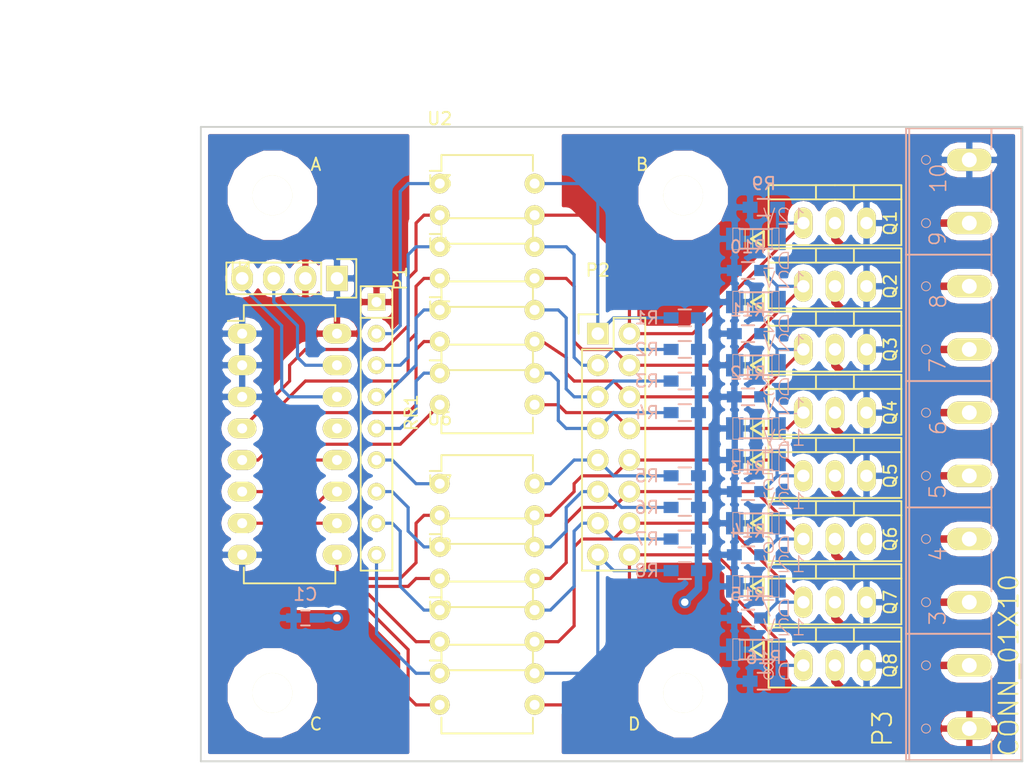
<source format=kicad_pcb>
(kicad_pcb (version 4) (host pcbnew 4.0.2+e4-6225~38~ubuntu16.04.1-stable)
  (layers (0 F.Cu signal) (31 B.Cu signal) (34 B.Paste user) (35 F.Paste user) (36 B.SilkS user) (37 F.SilkS user) (38 B.Mask user) (39 F.Mask user) (44 Edge.Cuts user))
  (net 0 "")
  (net 1 "Net-(D1-Pad1)")
  (net 2 "Net-(D2-Pad1)")
  (net 3 "Net-(D3-Pad1)")
  (net 4 "Net-(D4-Pad1)")
  (net 5 "Net-(D5-Pad1)")
  (net 6 "Net-(D6-Pad1)")
  (net 7 "Net-(D7-Pad1)")
  (net 8 "Net-(D8-Pad1)")
  (net 9 "Net-(P1-Pad3)")
  (net 10 "Net-(P1-Pad4)")
  (net 11 "Net-(P2-Pad1)")
  (net 12 "Net-(P2-Pad3)")
  (net 13 "Net-(P2-Pad5)")
  (net 14 "Net-(P2-Pad7)")
  (net 15 "Net-(P2-Pad9)")
  (net 16 "Net-(P2-Pad11)")
  (net 17 "Net-(P2-Pad13)")
  (net 18 "Net-(P2-Pad15)")
  (net 19 +12V)
  (net 20 "Net-(P3-Pad2)")
  (net 21 "Net-(P3-Pad3)")
  (net 22 "Net-(P3-Pad4)")
  (net 23 "Net-(P3-Pad5)")
  (net 24 "Net-(P3-Pad6)")
  (net 25 "Net-(P3-Pad7)")
  (net 26 "Net-(P3-Pad8)")
  (net 27 "Net-(P3-Pad9)")
  (net 28 "Net-(RR1-Pad2)")
  (net 29 "Net-(RR1-Pad3)")
  (net 30 "Net-(RR1-Pad4)")
  (net 31 "Net-(RR1-Pad5)")
  (net 32 "Net-(RR1-Pad6)")
  (net 33 "Net-(RR1-Pad7)")
  (net 34 "Net-(RR1-Pad8)")
  (net 35 "Net-(RR1-Pad9)")
  (net 36 "Net-(U1-Pad4)")
  (net 37 "Net-(U1-Pad5)")
  (net 38 "Net-(U1-Pad6)")
  (net 39 "Net-(U1-Pad7)")
  (net 40 "Net-(U1-Pad9)")
  (net 41 "Net-(U1-Pad10)")
  (net 42 "Net-(U1-Pad11)")
  (net 43 "Net-(U1-Pad12)")
  (net 44 "Net-(U1-Pad13)")
  (net 45 +5V)
  (net 46 GND)
  (net 47 GNDA)
  (net 48 "Net-(Q6-Pad3)")
  (module Housings_DIP:DIP-16_W7.62mm_LongPads (layer F.Cu) (at 210.82 102.87)
    (fp_text reference U1 (at 0 -5.22) (layer F.SilkS))
    (fp_text value PCF8574A)
    (pad 1 thru_hole oval (at 0 0) (size 2.3 1.6) (drill 0.8) (layers *.Cu *.Mask F.SilkS) (net 46 GND))
    (pad 2 thru_hole oval (at 0 2.54) (size 2.3 1.6) (drill 0.8) (layers *.Cu *.Mask F.SilkS) (net 46 GND))
    (pad 3 thru_hole oval (at 0 5.08) (size 2.3 1.6) (drill 0.8) (layers *.Cu *.Mask F.SilkS) (net 46 GND))
    (pad 4 thru_hole oval (at 0 7.62) (size 2.3 1.6) (drill 0.8) (layers *.Cu *.Mask F.SilkS) (net 36 "Net-(U1-Pad4)"))
    (pad 5 thru_hole oval (at 0 10.16) (size 2.3 1.6) (drill 0.8) (layers *.Cu *.Mask F.SilkS) (net 37 "Net-(U1-Pad5)"))
    (pad 6 thru_hole oval (at 0 12.7) (size 2.3 1.6) (drill 0.8) (layers *.Cu *.Mask F.SilkS) (net 38 "Net-(U1-Pad6)"))
    (pad 7 thru_hole oval (at 0 15.24) (size 2.3 1.6) (drill 0.8) (layers *.Cu *.Mask F.SilkS) (net 39 "Net-(U1-Pad7)"))
    (pad 8 thru_hole oval (at 0 17.78) (size 2.3 1.6) (drill 0.8) (layers *.Cu *.Mask F.SilkS) (net 46 GND))
    (pad 9 thru_hole oval (at 7.62 17.78) (size 2.3 1.6) (drill 0.8) (layers *.Cu *.Mask F.SilkS) (net 40 "Net-(U1-Pad9)"))
    (pad 10 thru_hole oval (at 7.62 15.24) (size 2.3 1.6) (drill 0.8) (layers *.Cu *.Mask F.SilkS) (net 41 "Net-(U1-Pad10)"))
    (pad 11 thru_hole oval (at 7.62 12.7) (size 2.3 1.6) (drill 0.8) (layers *.Cu *.Mask F.SilkS) (net 42 "Net-(U1-Pad11)"))
    (pad 12 thru_hole oval (at 7.62 10.16) (size 2.3 1.6) (drill 0.8) (layers *.Cu *.Mask F.SilkS) (net 43 "Net-(U1-Pad12)"))
    (pad 13 thru_hole oval (at 7.62 7.62) (size 2.3 1.6) (drill 0.8) (layers *.Cu *.Mask F.SilkS) (net 44 "Net-(U1-Pad13)"))
    (pad 14 thru_hole oval (at 7.62 5.08) (size 2.3 1.6) (drill 0.8) (layers *.Cu *.Mask F.SilkS) (net 10 "Net-(P1-Pad4)"))
    (pad 15 thru_hole oval (at 7.62 2.54) (size 2.3 1.6) (drill 0.8) (layers *.Cu *.Mask F.SilkS) (net 9 "Net-(P1-Pad3)"))
    (pad 16 thru_hole oval (at 7.62 0) (size 2.3 1.6) (drill 0.8) (layers *.Cu *.Mask F.SilkS) (net 45 +5V))
  )
  (module gate433:W237-10P (layer F.Cu) (at 268.605 111.76 90)
    (fp_text reference P3 (at -22.86 -6.35 90) (layer F.SilkS) (effects (font (thickness 0.1524))))
    (fp_text value CONN_01X10 (at -17.78 3.81 90) (layer F.SilkS) (effects (font (thickness 0.1524))))
    (fp_text user 3 (at -13.97 -1.905 90) (layer B.SilkS) (effects (font (size 1.27 1.27) (thickness 0.127))))
    (fp_text user 4 (at -8.83666 -1.8542 90) (layer B.SilkS) (effects (font (size 1.27 1.27) (thickness 0.127))))
    (fp_text user 5 (at -3.81 -1.905 90) (layer B.SilkS) (effects (font (size 1.27 1.27) (thickness 0.127))))
    (fp_text user 6 (at 1.3208 -1.8542 90) (layer B.SilkS) (effects (font (size 1.27 1.27) (thickness 0.127))))
    (fp_text user 7 (at 6.35 -1.905 90) (layer B.SilkS) (effects (font (size 1.27 1.27) (thickness 0.127))))
    (fp_text user 8 (at 11.4808 -1.8542 90) (layer B.SilkS) (effects (font (size 1.27 1.27) (thickness 0.127))))
    (fp_text user 9 (at 16.51 -1.905 90) (layer B.SilkS) (effects (font (size 1.27 1.27) (thickness 0.127))))
    (fp_text user 10 (at 21.3868 -1.8542 90) (layer B.SilkS) (effects (font (size 1.27 1.27) (thickness 0.127))))
    (pad 1 thru_hole oval (at -22.86 0.635 270) (size 1.78816 3.57886) (drill 1.1938) (layers *.Cu *.Mask F.Paste F.SilkS) (net 19 +12V))
    (pad 2 thru_hole oval (at -17.78 0.635 270) (size 1.78816 3.57886) (drill 1.1938) (layers *.Cu *.Mask F.Paste F.SilkS) (net 20 "Net-(P3-Pad2)"))
    (pad 3 thru_hole oval (at -12.7 0.635 270) (size 1.78816 3.57886) (drill 1.1938) (layers *.Cu *.Mask F.Paste F.SilkS) (net 21 "Net-(P3-Pad3)"))
    (pad 4 thru_hole oval (at -7.62 0.635 270) (size 1.78816 3.57886) (drill 1.1938) (layers *.Cu *.Mask F.Paste F.SilkS) (net 22 "Net-(P3-Pad4)"))
    (pad 5 thru_hole oval (at -2.54 0.635 270) (size 1.78816 3.57886) (drill 1.1938) (layers *.Cu *.Mask F.Paste F.SilkS) (net 23 "Net-(P3-Pad5)"))
    (pad 6 thru_hole oval (at 2.54 0.635 270) (size 1.78816 3.57886) (drill 1.1938) (layers *.Cu *.Mask F.Paste F.SilkS) (net 24 "Net-(P3-Pad6)"))
    (pad 7 thru_hole oval (at 7.62 0.635 270) (size 1.78816 3.57886) (drill 1.1938) (layers *.Cu *.Mask F.Paste F.SilkS) (net 25 "Net-(P3-Pad7)"))
    (pad 8 thru_hole oval (at 12.7 0.635 270) (size 1.78816 3.57886) (drill 1.1938) (layers *.Cu *.Mask F.Paste F.SilkS) (net 26 "Net-(P3-Pad8)"))
    (pad 9 thru_hole oval (at 17.78 0.635 270) (size 1.78816 3.57886) (drill 1.1938) (layers *.Cu *.Mask F.Paste F.SilkS) (net 27 "Net-(P3-Pad9)"))
    (pad 10 thru_hole oval (at 22.86 0.635 270) (size 1.78816 3.57886) (drill 1.1938) (layers *.Cu *.Mask F.Paste F.SilkS) (net 47 GNDA))
  )
  (module Capacitors_SMD:C_0603_HandSoldering (layer B.Cu) (at 215.9 125.73 180)
    (fp_text reference C1 (at 0 1.9 180) (layer B.SilkS) (effects (justify mirror)))
    (fp_text value C_Small)
    (pad 1 smd rect (at -0.95 0 180) (size 1.2 0.75) (layers B.Cu B.Paste B.Mask) (net 45 +5V))
    (pad 2 smd rect (at 0.95 0 180) (size 1.2 0.75) (layers B.Cu B.Paste B.Mask) (net 46 GND))
  )
  (module gate433:SOD80C (layer B.Cu) (at 252.095 95.25)
    (fp_text reference D1 (at 1.651 1.778) (layer B.SilkS) (effects (font (size 1.27 1.27) (thickness 0.1016)) (justify mirror)))
    (fp_text value 12V (at 2.286 -1.778) (layer B.SilkS) (effects (font (size 1.27 1.27) (thickness 0.1016)) (justify mirror)))
    (pad 1 smd rect (at 1.69926 0) (size 1.39954 1.79832) (layers B.Cu B.Paste B.Mask) (net 1 "Net-(D1-Pad1)"))
    (pad 2 smd rect (at -1.69926 0) (size 1.39954 1.79832) (layers B.Cu B.Paste B.Mask) (net 47 GNDA))
  )
  (module gate433:SOD80C (layer B.Cu) (at 252.095 100.33)
    (fp_text reference D2 (at 1.651 1.778) (layer B.SilkS) (effects (font (size 1.27 1.27) (thickness 0.1016)) (justify mirror)))
    (fp_text value 12V (at 2.286 -1.778) (layer B.SilkS) (effects (font (size 1.27 1.27) (thickness 0.1016)) (justify mirror)))
    (pad 1 smd rect (at 1.69926 0) (size 1.39954 1.79832) (layers B.Cu B.Paste B.Mask) (net 2 "Net-(D2-Pad1)"))
    (pad 2 smd rect (at -1.69926 0) (size 1.39954 1.79832) (layers B.Cu B.Paste B.Mask) (net 47 GNDA))
  )
  (module gate433:SOD80C (layer B.Cu) (at 252.095 105.41)
    (fp_text reference D3 (at 1.651 1.778) (layer B.SilkS) (effects (font (size 1.27 1.27) (thickness 0.1016)) (justify mirror)))
    (fp_text value 12V (at 2.286 -1.778) (layer B.SilkS) (effects (font (size 1.27 1.27) (thickness 0.1016)) (justify mirror)))
    (pad 1 smd rect (at 1.69926 0) (size 1.39954 1.79832) (layers B.Cu B.Paste B.Mask) (net 3 "Net-(D3-Pad1)"))
    (pad 2 smd rect (at -1.69926 0) (size 1.39954 1.79832) (layers B.Cu B.Paste B.Mask) (net 47 GNDA))
  )
  (module gate433:SOD80C (layer B.Cu) (at 252.095 110.49)
    (fp_text reference D4 (at 1.651 1.778) (layer B.SilkS) (effects (font (size 1.27 1.27) (thickness 0.1016)) (justify mirror)))
    (fp_text value 12V (at 2.286 -1.778) (layer B.SilkS) (effects (font (size 1.27 1.27) (thickness 0.1016)) (justify mirror)))
    (pad 1 smd rect (at 1.69926 0) (size 1.39954 1.79832) (layers B.Cu B.Paste B.Mask) (net 4 "Net-(D4-Pad1)"))
    (pad 2 smd rect (at -1.69926 0) (size 1.39954 1.79832) (layers B.Cu B.Paste B.Mask) (net 47 GNDA))
  )
  (module gate433:SOD80C (layer B.Cu) (at 252.095 113.03)
    (fp_text reference D5 (at 1.651 1.778) (layer B.SilkS) (effects (font (size 1.27 1.27) (thickness 0.1016)) (justify mirror)))
    (fp_text value 12V (at 2.286 -1.778) (layer B.SilkS) (effects (font (size 1.27 1.27) (thickness 0.1016)) (justify mirror)))
    (pad 1 smd rect (at 1.69926 0) (size 1.39954 1.79832) (layers B.Cu B.Paste B.Mask) (net 5 "Net-(D5-Pad1)"))
    (pad 2 smd rect (at -1.69926 0) (size 1.39954 1.79832) (layers B.Cu B.Paste B.Mask) (net 47 GNDA))
  )
  (module gate433:SOD80C (layer B.Cu) (at 252.095 118.11)
    (fp_text reference D6 (at 1.651 1.778) (layer B.SilkS) (effects (font (size 1.27 1.27) (thickness 0.1016)) (justify mirror)))
    (fp_text value 12V (at 2.286 -1.778) (layer B.SilkS) (effects (font (size 1.27 1.27) (thickness 0.1016)) (justify mirror)))
    (pad 1 smd rect (at 1.69926 0) (size 1.39954 1.79832) (layers B.Cu B.Paste B.Mask) (net 6 "Net-(D6-Pad1)"))
    (pad 2 smd rect (at -1.69926 0) (size 1.39954 1.79832) (layers B.Cu B.Paste B.Mask) (net 47 GNDA))
  )
  (module gate433:SOD80C (layer B.Cu) (at 252.095 123.19)
    (fp_text reference D7 (at 1.651 1.778) (layer B.SilkS) (effects (font (size 1.27 1.27) (thickness 0.1016)) (justify mirror)))
    (fp_text value 12V (at 2.286 -1.778) (layer B.SilkS) (effects (font (size 1.27 1.27) (thickness 0.1016)) (justify mirror)))
    (pad 1 smd rect (at 1.69926 0) (size 1.39954 1.79832) (layers B.Cu B.Paste B.Mask) (net 7 "Net-(D7-Pad1)"))
    (pad 2 smd rect (at -1.69926 0) (size 1.39954 1.79832) (layers B.Cu B.Paste B.Mask) (net 47 GNDA))
  )
  (module gate433:SOD80C (layer B.Cu) (at 252.095 128.27)
    (fp_text reference D8 (at 1.651 1.778) (layer B.SilkS) (effects (font (size 1.27 1.27) (thickness 0.1016)) (justify mirror)))
    (fp_text value 12V (at 2.286 -1.778) (layer B.SilkS) (effects (font (size 1.27 1.27) (thickness 0.1016)) (justify mirror)))
    (pad 1 smd rect (at 1.69926 0) (size 1.39954 1.79832) (layers B.Cu B.Paste B.Mask) (net 8 "Net-(D8-Pad1)"))
    (pad 2 smd rect (at -1.69926 0) (size 1.39954 1.79832) (layers B.Cu B.Paste B.Mask) (net 47 GNDA))
  )
  (module Pin_Headers:Pin_Header_Straight_1x04 (layer F.Cu) (at 218.44 98.425 270)
    (fp_text reference P1 (at 0 -5.1 270) (layer F.SilkS))
    (fp_text value CONN_01X04)
    (pad 1 thru_hole rect (at 0 0 270) (size 2.032 1.7272) (drill 1.016) (layers *.Cu *.Mask F.SilkS) (net 46 GND))
    (pad 2 thru_hole oval (at 0 2.54 270) (size 2.032 1.7272) (drill 1.016) (layers *.Cu *.Mask F.SilkS) (net 45 +5V))
    (pad 3 thru_hole oval (at 0 5.08 270) (size 2.032 1.7272) (drill 1.016) (layers *.Cu *.Mask F.SilkS) (net 9 "Net-(P1-Pad3)"))
    (pad 4 thru_hole oval (at 0 7.62 270) (size 2.032 1.7272) (drill 1.016) (layers *.Cu *.Mask F.SilkS) (net 10 "Net-(P1-Pad4)"))
  )
  (module Pin_Headers:Pin_Header_Straight_2x08 (layer F.Cu) (at 239.395 102.87)
    (fp_text reference P2 (at 0 -5.1) (layer F.SilkS))
    (fp_text value CONN_02X08)
    (pad 1 thru_hole rect (at 0 0) (size 1.7272 1.7272) (drill 1.016) (layers *.Cu *.Mask F.SilkS) (net 11 "Net-(P2-Pad1)"))
    (pad 2 thru_hole oval (at 2.54 0) (size 1.7272 1.7272) (drill 1.016) (layers *.Cu *.Mask F.SilkS) (net 1 "Net-(D1-Pad1)"))
    (pad 3 thru_hole oval (at 0 2.54) (size 1.7272 1.7272) (drill 1.016) (layers *.Cu *.Mask F.SilkS) (net 12 "Net-(P2-Pad3)"))
    (pad 4 thru_hole oval (at 2.54 2.54) (size 1.7272 1.7272) (drill 1.016) (layers *.Cu *.Mask F.SilkS) (net 2 "Net-(D2-Pad1)"))
    (pad 5 thru_hole oval (at 0 5.08) (size 1.7272 1.7272) (drill 1.016) (layers *.Cu *.Mask F.SilkS) (net 13 "Net-(P2-Pad5)"))
    (pad 6 thru_hole oval (at 2.54 5.08) (size 1.7272 1.7272) (drill 1.016) (layers *.Cu *.Mask F.SilkS) (net 3 "Net-(D3-Pad1)"))
    (pad 7 thru_hole oval (at 0 7.62) (size 1.7272 1.7272) (drill 1.016) (layers *.Cu *.Mask F.SilkS) (net 14 "Net-(P2-Pad7)"))
    (pad 8 thru_hole oval (at 2.54 7.62) (size 1.7272 1.7272) (drill 1.016) (layers *.Cu *.Mask F.SilkS) (net 4 "Net-(D4-Pad1)"))
    (pad 9 thru_hole oval (at 0 10.16) (size 1.7272 1.7272) (drill 1.016) (layers *.Cu *.Mask F.SilkS) (net 15 "Net-(P2-Pad9)"))
    (pad 10 thru_hole oval (at 2.54 10.16) (size 1.7272 1.7272) (drill 1.016) (layers *.Cu *.Mask F.SilkS) (net 5 "Net-(D5-Pad1)"))
    (pad 11 thru_hole oval (at 0 12.7) (size 1.7272 1.7272) (drill 1.016) (layers *.Cu *.Mask F.SilkS) (net 16 "Net-(P2-Pad11)"))
    (pad 12 thru_hole oval (at 2.54 12.7) (size 1.7272 1.7272) (drill 1.016) (layers *.Cu *.Mask F.SilkS) (net 6 "Net-(D6-Pad1)"))
    (pad 13 thru_hole oval (at 0 15.24) (size 1.7272 1.7272) (drill 1.016) (layers *.Cu *.Mask F.SilkS) (net 17 "Net-(P2-Pad13)"))
    (pad 14 thru_hole oval (at 2.54 15.24) (size 1.7272 1.7272) (drill 1.016) (layers *.Cu *.Mask F.SilkS) (net 7 "Net-(D7-Pad1)"))
    (pad 15 thru_hole oval (at 0 17.78) (size 1.7272 1.7272) (drill 1.016) (layers *.Cu *.Mask F.SilkS) (net 18 "Net-(P2-Pad15)"))
    (pad 16 thru_hole oval (at 2.54 17.78) (size 1.7272 1.7272) (drill 1.016) (layers *.Cu *.Mask F.SilkS) (net 8 "Net-(D8-Pad1)"))
  )
  (module TO_SOT_Packages_THT:TO-220_Neutral123_Vertical (layer F.Cu) (at 258.445 93.98)
    (fp_text reference Q1 (at 4.445 0 90) (layer F.SilkS))
    (fp_text value IRLZ44N)
    (pad 2 thru_hole oval (at 0 0 90) (size 2.49936 1.50114) (drill 1.00076) (layers *.Cu *.Mask F.SilkS) (net 27 "Net-(P3-Pad9)"))
    (pad 1 thru_hole oval (at -2.54 0 90) (size 2.49936 1.50114) (drill 1.00076) (layers *.Cu *.Mask F.SilkS) (net 1 "Net-(D1-Pad1)"))
    (pad 3 thru_hole oval (at 2.54 0 90) (size 2.49936 1.50114) (drill 1.00076) (layers *.Cu *.Mask F.SilkS) (net 47 GNDA))
  )
  (module TO_SOT_Packages_THT:TO-220_Neutral123_Vertical (layer F.Cu) (at 258.445 99.06)
    (fp_text reference Q2 (at 4.445 0 90) (layer F.SilkS))
    (fp_text value IRLZ44N)
    (pad 2 thru_hole oval (at 0 0 90) (size 2.49936 1.50114) (drill 1.00076) (layers *.Cu *.Mask F.SilkS) (net 26 "Net-(P3-Pad8)"))
    (pad 1 thru_hole oval (at -2.54 0 90) (size 2.49936 1.50114) (drill 1.00076) (layers *.Cu *.Mask F.SilkS) (net 2 "Net-(D2-Pad1)"))
    (pad 3 thru_hole oval (at 2.54 0 90) (size 2.49936 1.50114) (drill 1.00076) (layers *.Cu *.Mask F.SilkS) (net 47 GNDA))
  )
  (module TO_SOT_Packages_THT:TO-220_Neutral123_Vertical (layer F.Cu) (at 258.445 104.14)
    (fp_text reference Q3 (at 4.445 0 90) (layer F.SilkS))
    (fp_text value IRLZ44N)
    (pad 2 thru_hole oval (at 0 0 90) (size 2.49936 1.50114) (drill 1.00076) (layers *.Cu *.Mask F.SilkS) (net 25 "Net-(P3-Pad7)"))
    (pad 1 thru_hole oval (at -2.54 0 90) (size 2.49936 1.50114) (drill 1.00076) (layers *.Cu *.Mask F.SilkS) (net 3 "Net-(D3-Pad1)"))
    (pad 3 thru_hole oval (at 2.54 0 90) (size 2.49936 1.50114) (drill 1.00076) (layers *.Cu *.Mask F.SilkS) (net 47 GNDA))
  )
  (module TO_SOT_Packages_THT:TO-220_Neutral123_Vertical (layer F.Cu) (at 258.445 109.22)
    (fp_text reference Q4 (at 4.445 0 90) (layer F.SilkS))
    (fp_text value IRLZ44N)
    (pad 2 thru_hole oval (at 0 0 90) (size 2.49936 1.50114) (drill 1.00076) (layers *.Cu *.Mask F.SilkS) (net 24 "Net-(P3-Pad6)"))
    (pad 1 thru_hole oval (at -2.54 0 90) (size 2.49936 1.50114) (drill 1.00076) (layers *.Cu *.Mask F.SilkS) (net 4 "Net-(D4-Pad1)"))
    (pad 3 thru_hole oval (at 2.54 0 90) (size 2.49936 1.50114) (drill 1.00076) (layers *.Cu *.Mask F.SilkS) (net 47 GNDA))
  )
  (module TO_SOT_Packages_THT:TO-220_Neutral123_Vertical (layer F.Cu) (at 258.445 114.3)
    (fp_text reference Q5 (at 4.445 0 90) (layer F.SilkS))
    (fp_text value IRLZ44N)
    (pad 2 thru_hole oval (at 0 0 90) (size 2.49936 1.50114) (drill 1.00076) (layers *.Cu *.Mask F.SilkS) (net 23 "Net-(P3-Pad5)"))
    (pad 1 thru_hole oval (at -2.54 0 90) (size 2.49936 1.50114) (drill 1.00076) (layers *.Cu *.Mask F.SilkS) (net 5 "Net-(D5-Pad1)"))
    (pad 3 thru_hole oval (at 2.54 0 90) (size 2.49936 1.50114) (drill 1.00076) (layers *.Cu *.Mask F.SilkS) (net 47 GNDA))
  )
  (module TO_SOT_Packages_THT:TO-220_Neutral123_Vertical (layer F.Cu) (at 258.445 119.38)
    (fp_text reference Q6 (at 4.445 0 90) (layer F.SilkS))
    (fp_text value IRLZ44N)
    (pad 2 thru_hole oval (at 0 0 90) (size 2.49936 1.50114) (drill 1.00076) (layers *.Cu *.Mask F.SilkS) (net 22 "Net-(P3-Pad4)"))
    (pad 1 thru_hole oval (at -2.54 0 90) (size 2.49936 1.50114) (drill 1.00076) (layers *.Cu *.Mask F.SilkS) (net 6 "Net-(D6-Pad1)"))
    (pad 3 thru_hole oval (at 2.54 0 90) (size 2.49936 1.50114) (drill 1.00076) (layers *.Cu *.Mask F.SilkS) (net 48 "Net-(Q6-Pad3)"))
  )
  (module TO_SOT_Packages_THT:TO-220_Neutral123_Vertical (layer F.Cu) (at 258.445 124.46)
    (fp_text reference Q7 (at 4.445 0 90) (layer F.SilkS))
    (fp_text value IRLZ44N)
    (pad 2 thru_hole oval (at 0 0 90) (size 2.49936 1.50114) (drill 1.00076) (layers *.Cu *.Mask F.SilkS) (net 21 "Net-(P3-Pad3)"))
    (pad 1 thru_hole oval (at -2.54 0 90) (size 2.49936 1.50114) (drill 1.00076) (layers *.Cu *.Mask F.SilkS) (net 7 "Net-(D7-Pad1)"))
    (pad 3 thru_hole oval (at 2.54 0 90) (size 2.49936 1.50114) (drill 1.00076) (layers *.Cu *.Mask F.SilkS) (net 47 GNDA))
  )
  (module TO_SOT_Packages_THT:TO-220_Neutral123_Vertical (layer F.Cu) (at 258.445 129.54)
    (fp_text reference Q8 (at 4.445 0 90) (layer F.SilkS))
    (fp_text value IRLZ44N)
    (pad 2 thru_hole oval (at 0 0 90) (size 2.49936 1.50114) (drill 1.00076) (layers *.Cu *.Mask F.SilkS) (net 20 "Net-(P3-Pad2)"))
    (pad 1 thru_hole oval (at -2.54 0 90) (size 2.49936 1.50114) (drill 1.00076) (layers *.Cu *.Mask F.SilkS) (net 8 "Net-(D8-Pad1)"))
    (pad 3 thru_hole oval (at 2.54 0 90) (size 2.49936 1.50114) (drill 1.00076) (layers *.Cu *.Mask F.SilkS) (net 47 GNDA))
  )
  (module Resistors_SMD:R_0603_HandSoldering (layer B.Cu) (at 246.38 101.6 180)
    (fp_text reference R1 (at 3.048 0 180) (layer B.SilkS) (effects (justify mirror)))
    (fp_text value 15k)
    (pad 1 smd rect (at -1.1 0 180) (size 1.2 0.9) (layers B.Cu B.Paste B.Mask) (net 19 +12V))
    (pad 2 smd rect (at 1.1 0 180) (size 1.2 0.9) (layers B.Cu B.Paste B.Mask) (net 11 "Net-(P2-Pad1)"))
  )
  (module Resistors_SMD:R_0603_HandSoldering (layer B.Cu) (at 246.38 104.14 180)
    (fp_text reference R2 (at 3.048 0 180) (layer B.SilkS) (effects (justify mirror)))
    (fp_text value 15k)
    (pad 1 smd rect (at -1.1 0 180) (size 1.2 0.9) (layers B.Cu B.Paste B.Mask) (net 19 +12V))
    (pad 2 smd rect (at 1.1 0 180) (size 1.2 0.9) (layers B.Cu B.Paste B.Mask) (net 12 "Net-(P2-Pad3)"))
  )
  (module Resistors_SMD:R_0603_HandSoldering (layer B.Cu) (at 246.38 106.68 180)
    (fp_text reference R3 (at 3.048 0 180) (layer B.SilkS) (effects (justify mirror)))
    (fp_text value 15k)
    (pad 1 smd rect (at -1.1 0 180) (size 1.2 0.9) (layers B.Cu B.Paste B.Mask) (net 19 +12V))
    (pad 2 smd rect (at 1.1 0 180) (size 1.2 0.9) (layers B.Cu B.Paste B.Mask) (net 13 "Net-(P2-Pad5)"))
  )
  (module Resistors_SMD:R_0603_HandSoldering (layer B.Cu) (at 246.38 109.22 180)
    (fp_text reference R4 (at 3.048 0 180) (layer B.SilkS) (effects (justify mirror)))
    (fp_text value 15k)
    (pad 1 smd rect (at -1.1 0 180) (size 1.2 0.9) (layers B.Cu B.Paste B.Mask) (net 19 +12V))
    (pad 2 smd rect (at 1.1 0 180) (size 1.2 0.9) (layers B.Cu B.Paste B.Mask) (net 14 "Net-(P2-Pad7)"))
  )
  (module Resistors_SMD:R_0603_HandSoldering (layer B.Cu) (at 246.38 114.3 180)
    (fp_text reference R5 (at 3.048 0 180) (layer B.SilkS) (effects (justify mirror)))
    (fp_text value 15k)
    (pad 1 smd rect (at -1.1 0 180) (size 1.2 0.9) (layers B.Cu B.Paste B.Mask) (net 19 +12V))
    (pad 2 smd rect (at 1.1 0 180) (size 1.2 0.9) (layers B.Cu B.Paste B.Mask) (net 15 "Net-(P2-Pad9)"))
  )
  (module Resistors_SMD:R_0603_HandSoldering (layer B.Cu) (at 246.38 116.84 180)
    (fp_text reference R6 (at 3.048 0 180) (layer B.SilkS) (effects (justify mirror)))
    (fp_text value 15k)
    (pad 1 smd rect (at -1.1 0 180) (size 1.2 0.9) (layers B.Cu B.Paste B.Mask) (net 19 +12V))
    (pad 2 smd rect (at 1.1 0 180) (size 1.2 0.9) (layers B.Cu B.Paste B.Mask) (net 16 "Net-(P2-Pad11)"))
  )
  (module Resistors_SMD:R_0603_HandSoldering (layer B.Cu) (at 246.38 119.38 180)
    (fp_text reference R7 (at 3.048 0 180) (layer B.SilkS) (effects (justify mirror)))
    (fp_text value 15k)
    (pad 1 smd rect (at -1.1 0 180) (size 1.2 0.9) (layers B.Cu B.Paste B.Mask) (net 19 +12V))
    (pad 2 smd rect (at 1.1 0 180) (size 1.2 0.9) (layers B.Cu B.Paste B.Mask) (net 17 "Net-(P2-Pad13)"))
  )
  (module Resistors_SMD:R_0603_HandSoldering (layer B.Cu) (at 246.38 121.92 180)
    (fp_text reference R8 (at 3.048 0 180) (layer B.SilkS) (effects (justify mirror)))
    (fp_text value 15k)
    (pad 1 smd rect (at -1.1 0 180) (size 1.2 0.9) (layers B.Cu B.Paste B.Mask) (net 19 +12V))
    (pad 2 smd rect (at 1.1 0 180) (size 1.2 0.9) (layers B.Cu B.Paste B.Mask) (net 18 "Net-(P2-Pad15)"))
  )
  (module Resistors_SMD:R_0603_HandSoldering (layer B.Cu) (at 252.73 92.71 180)
    (fp_text reference R9 (at 0 1.9 180) (layer B.SilkS) (effects (justify mirror)))
    (fp_text value 33k)
    (pad 1 smd rect (at -1.1 0 180) (size 1.2 0.9) (layers B.Cu B.Paste B.Mask) (net 1 "Net-(D1-Pad1)"))
    (pad 2 smd rect (at 1.1 0 180) (size 1.2 0.9) (layers B.Cu B.Paste B.Mask) (net 47 GNDA))
  )
  (module Resistors_SMD:R_0603_HandSoldering (layer B.Cu) (at 251.46 97.79 180)
    (fp_text reference R10 (at 0 1.9 180) (layer B.SilkS) (effects (justify mirror)))
    (fp_text value 33k)
    (pad 1 smd rect (at -1.1 0 180) (size 1.2 0.9) (layers B.Cu B.Paste B.Mask) (net 2 "Net-(D2-Pad1)"))
    (pad 2 smd rect (at 1.1 0 180) (size 1.2 0.9) (layers B.Cu B.Paste B.Mask) (net 47 GNDA))
  )
  (module Resistors_SMD:R_0603_HandSoldering (layer B.Cu) (at 251.46 102.87 180)
    (fp_text reference R11 (at 0 1.9 180) (layer B.SilkS) (effects (justify mirror)))
    (fp_text value 33k)
    (pad 1 smd rect (at -1.1 0 180) (size 1.2 0.9) (layers B.Cu B.Paste B.Mask) (net 3 "Net-(D3-Pad1)"))
    (pad 2 smd rect (at 1.1 0 180) (size 1.2 0.9) (layers B.Cu B.Paste B.Mask) (net 47 GNDA))
  )
  (module Resistors_SMD:R_0603_HandSoldering (layer B.Cu) (at 251.46 107.95 180)
    (fp_text reference R12 (at 0 1.9 180) (layer B.SilkS) (effects (justify mirror)))
    (fp_text value 33k)
    (pad 1 smd rect (at -1.1 0 180) (size 1.2 0.9) (layers B.Cu B.Paste B.Mask) (net 4 "Net-(D4-Pad1)"))
    (pad 2 smd rect (at 1.1 0 180) (size 1.2 0.9) (layers B.Cu B.Paste B.Mask) (net 47 GNDA))
  )
  (module Resistors_SMD:R_0603_HandSoldering (layer B.Cu) (at 251.46 115.57 180)
    (fp_text reference R13 (at 0 1.9 180) (layer B.SilkS) (effects (justify mirror)))
    (fp_text value 33k)
    (pad 1 smd rect (at -1.1 0 180) (size 1.2 0.9) (layers B.Cu B.Paste B.Mask) (net 5 "Net-(D5-Pad1)"))
    (pad 2 smd rect (at 1.1 0 180) (size 1.2 0.9) (layers B.Cu B.Paste B.Mask) (net 47 GNDA))
  )
  (module Resistors_SMD:R_0603_HandSoldering (layer B.Cu) (at 251.46 120.65 180)
    (fp_text reference R14 (at 0 1.9 180) (layer B.SilkS) (effects (justify mirror)))
    (fp_text value 33k)
    (pad 1 smd rect (at -1.1 0 180) (size 1.2 0.9) (layers B.Cu B.Paste B.Mask) (net 6 "Net-(D6-Pad1)"))
    (pad 2 smd rect (at 1.1 0 180) (size 1.2 0.9) (layers B.Cu B.Paste B.Mask) (net 47 GNDA))
  )
  (module Resistors_SMD:R_0603_HandSoldering (layer B.Cu) (at 251.46 125.73 180)
    (fp_text reference R15 (at 0 1.9 180) (layer B.SilkS) (effects (justify mirror)))
    (fp_text value 33k)
    (pad 1 smd rect (at -1.1 0 180) (size 1.2 0.9) (layers B.Cu B.Paste B.Mask) (net 7 "Net-(D7-Pad1)"))
    (pad 2 smd rect (at 1.1 0 180) (size 1.2 0.9) (layers B.Cu B.Paste B.Mask) (net 47 GNDA))
  )
  (module Resistors_SMD:R_0603_HandSoldering (layer B.Cu) (at 252.73 130.81 180)
    (fp_text reference R16 (at 0 1.9 180) (layer B.SilkS) (effects (justify mirror)))
    (fp_text value 33k)
    (pad 1 smd rect (at -1.1 0 180) (size 1.2 0.9) (layers B.Cu B.Paste B.Mask) (net 8 "Net-(D8-Pad1)"))
    (pad 2 smd rect (at 1.1 0 180) (size 1.2 0.9) (layers B.Cu B.Paste B.Mask) (net 47 GNDA))
  )
  (module Resistors_ThroughHole:Resistor_Array_SIP8 (layer F.Cu) (at 221.615 110.49 270)
    (fp_text reference RR1 (at -1.27 -2.794 270) (layer F.SilkS))
    (fp_text value 330)
    (pad 1 thru_hole rect (at -10.16 0 270) (size 1.397 1.397) (drill 0.8128) (layers *.Cu *.Mask F.SilkS) (net 45 +5V))
    (pad 2 thru_hole circle (at -7.62 0 270) (size 1.397 1.397) (drill 0.8128) (layers *.Cu *.Mask F.SilkS) (net 28 "Net-(RR1-Pad2)"))
    (pad 3 thru_hole circle (at -5.08 0 270) (size 1.397 1.397) (drill 0.8128) (layers *.Cu *.Mask F.SilkS) (net 29 "Net-(RR1-Pad3)"))
    (pad 4 thru_hole circle (at -2.54 0 270) (size 1.397 1.397) (drill 0.8128) (layers *.Cu *.Mask F.SilkS) (net 30 "Net-(RR1-Pad4)"))
    (pad 5 thru_hole circle (at 0 0 270) (size 1.397 1.397) (drill 0.8128) (layers *.Cu *.Mask F.SilkS) (net 31 "Net-(RR1-Pad5)"))
    (pad 6 thru_hole circle (at 2.54 0 270) (size 1.397 1.397) (drill 0.8128) (layers *.Cu *.Mask F.SilkS) (net 32 "Net-(RR1-Pad6)"))
    (pad 7 thru_hole circle (at 5.08 0 270) (size 1.397 1.397) (drill 0.8128) (layers *.Cu *.Mask F.SilkS) (net 33 "Net-(RR1-Pad7)"))
    (pad 8 thru_hole circle (at 7.62 0 270) (size 1.397 1.397) (drill 0.8128) (layers *.Cu *.Mask F.SilkS) (net 34 "Net-(RR1-Pad8)"))
    (pad 9 thru_hole circle (at 10.16 0 270) (size 1.397 1.397) (drill 0.8128) (layers *.Cu *.Mask F.SilkS) (net 35 "Net-(RR1-Pad9)"))
  )
  (module Housings_DIP:DIP-4_W7.62mm (layer F.Cu) (at 226.695 90.805)
    (fp_text reference U2 (at 0 -5.22) (layer F.SilkS))
    (fp_text value PC817)
    (pad 1 thru_hole oval (at 0 0) (size 1.6 1.6) (drill 0.8) (layers *.Cu *.Mask F.SilkS) (net 28 "Net-(RR1-Pad2)"))
    (pad 2 thru_hole oval (at 0 2.54) (size 1.6 1.6) (drill 0.8) (layers *.Cu *.Mask F.SilkS) (net 36 "Net-(U1-Pad4)"))
    (pad 3 thru_hole oval (at 7.62 2.54) (size 1.6 1.6) (drill 0.8) (layers *.Cu *.Mask F.SilkS) (net 1 "Net-(D1-Pad1)"))
    (pad 4 thru_hole oval (at 7.62 0) (size 1.6 1.6) (drill 0.8) (layers *.Cu *.Mask F.SilkS) (net 11 "Net-(P2-Pad1)"))
  )
  (module Housings_DIP:DIP-4_W7.62mm (layer F.Cu) (at 226.695 95.885)
    (fp_text reference U3 (at 0 -5.22) (layer F.SilkS))
    (fp_text value PC817)
    (pad 1 thru_hole oval (at 0 0) (size 1.6 1.6) (drill 0.8) (layers *.Cu *.Mask F.SilkS) (net 29 "Net-(RR1-Pad3)"))
    (pad 2 thru_hole oval (at 0 2.54) (size 1.6 1.6) (drill 0.8) (layers *.Cu *.Mask F.SilkS) (net 37 "Net-(U1-Pad5)"))
    (pad 3 thru_hole oval (at 7.62 2.54) (size 1.6 1.6) (drill 0.8) (layers *.Cu *.Mask F.SilkS) (net 2 "Net-(D2-Pad1)"))
    (pad 4 thru_hole oval (at 7.62 0) (size 1.6 1.6) (drill 0.8) (layers *.Cu *.Mask F.SilkS) (net 12 "Net-(P2-Pad3)"))
  )
  (module Housings_DIP:DIP-4_W7.62mm (layer F.Cu) (at 226.695 100.965)
    (fp_text reference U4 (at 0 -5.22) (layer F.SilkS))
    (fp_text value PC817)
    (pad 1 thru_hole oval (at 0 0) (size 1.6 1.6) (drill 0.8) (layers *.Cu *.Mask F.SilkS) (net 30 "Net-(RR1-Pad4)"))
    (pad 2 thru_hole oval (at 0 2.54) (size 1.6 1.6) (drill 0.8) (layers *.Cu *.Mask F.SilkS) (net 38 "Net-(U1-Pad6)"))
    (pad 3 thru_hole oval (at 7.62 2.54) (size 1.6 1.6) (drill 0.8) (layers *.Cu *.Mask F.SilkS) (net 3 "Net-(D3-Pad1)"))
    (pad 4 thru_hole oval (at 7.62 0) (size 1.6 1.6) (drill 0.8) (layers *.Cu *.Mask F.SilkS) (net 13 "Net-(P2-Pad5)"))
  )
  (module Housings_DIP:DIP-4_W7.62mm (layer F.Cu) (at 226.695 106.045)
    (fp_text reference U5 (at 0 -5.22) (layer F.SilkS))
    (fp_text value PC817)
    (pad 1 thru_hole oval (at 0 0) (size 1.6 1.6) (drill 0.8) (layers *.Cu *.Mask F.SilkS) (net 31 "Net-(RR1-Pad5)"))
    (pad 2 thru_hole oval (at 0 2.54) (size 1.6 1.6) (drill 0.8) (layers *.Cu *.Mask F.SilkS) (net 39 "Net-(U1-Pad7)"))
    (pad 3 thru_hole oval (at 7.62 2.54) (size 1.6 1.6) (drill 0.8) (layers *.Cu *.Mask F.SilkS) (net 4 "Net-(D4-Pad1)"))
    (pad 4 thru_hole oval (at 7.62 0) (size 1.6 1.6) (drill 0.8) (layers *.Cu *.Mask F.SilkS) (net 14 "Net-(P2-Pad7)"))
  )
  (module Housings_DIP:DIP-4_W7.62mm (layer F.Cu) (at 226.695 114.935)
    (fp_text reference U6 (at 0 -5.22) (layer F.SilkS))
    (fp_text value PC817)
    (pad 1 thru_hole oval (at 0 0) (size 1.6 1.6) (drill 0.8) (layers *.Cu *.Mask F.SilkS) (net 32 "Net-(RR1-Pad6)"))
    (pad 2 thru_hole oval (at 0 2.54) (size 1.6 1.6) (drill 0.8) (layers *.Cu *.Mask F.SilkS) (net 40 "Net-(U1-Pad9)"))
    (pad 3 thru_hole oval (at 7.62 2.54) (size 1.6 1.6) (drill 0.8) (layers *.Cu *.Mask F.SilkS) (net 5 "Net-(D5-Pad1)"))
    (pad 4 thru_hole oval (at 7.62 0) (size 1.6 1.6) (drill 0.8) (layers *.Cu *.Mask F.SilkS) (net 15 "Net-(P2-Pad9)"))
  )
  (module Housings_DIP:DIP-4_W7.62mm (layer F.Cu) (at 226.695 120.015)
    (fp_text reference U7 (at 0 -5.22) (layer F.SilkS))
    (fp_text value PC817)
    (pad 1 thru_hole oval (at 0 0) (size 1.6 1.6) (drill 0.8) (layers *.Cu *.Mask F.SilkS) (net 33 "Net-(RR1-Pad7)"))
    (pad 2 thru_hole oval (at 0 2.54) (size 1.6 1.6) (drill 0.8) (layers *.Cu *.Mask F.SilkS) (net 41 "Net-(U1-Pad10)"))
    (pad 3 thru_hole oval (at 7.62 2.54) (size 1.6 1.6) (drill 0.8) (layers *.Cu *.Mask F.SilkS) (net 6 "Net-(D6-Pad1)"))
    (pad 4 thru_hole oval (at 7.62 0) (size 1.6 1.6) (drill 0.8) (layers *.Cu *.Mask F.SilkS) (net 16 "Net-(P2-Pad11)"))
  )
  (module Housings_DIP:DIP-4_W7.62mm (layer F.Cu) (at 226.695 125.095)
    (fp_text reference U8 (at 0 -5.22) (layer F.SilkS))
    (fp_text value PC817)
    (pad 1 thru_hole oval (at 0 0) (size 1.6 1.6) (drill 0.8) (layers *.Cu *.Mask F.SilkS) (net 34 "Net-(RR1-Pad8)"))
    (pad 2 thru_hole oval (at 0 2.54) (size 1.6 1.6) (drill 0.8) (layers *.Cu *.Mask F.SilkS) (net 42 "Net-(U1-Pad11)"))
    (pad 3 thru_hole oval (at 7.62 2.54) (size 1.6 1.6) (drill 0.8) (layers *.Cu *.Mask F.SilkS) (net 7 "Net-(D7-Pad1)"))
    (pad 4 thru_hole oval (at 7.62 0) (size 1.6 1.6) (drill 0.8) (layers *.Cu *.Mask F.SilkS) (net 17 "Net-(P2-Pad13)"))
  )
  (module Housings_DIP:DIP-4_W7.62mm (layer F.Cu) (at 226.695 130.175)
    (fp_text reference U9 (at 0 -5.22) (layer F.SilkS))
    (fp_text value PC817)
    (pad 1 thru_hole oval (at 0 0) (size 1.6 1.6) (drill 0.8) (layers *.Cu *.Mask F.SilkS) (net 35 "Net-(RR1-Pad9)"))
    (pad 2 thru_hole oval (at 0 2.54) (size 1.6 1.6) (drill 0.8) (layers *.Cu *.Mask F.SilkS) (net 43 "Net-(U1-Pad12)"))
    (pad 3 thru_hole oval (at 7.62 2.54) (size 1.6 1.6) (drill 0.8) (layers *.Cu *.Mask F.SilkS) (net 8 "Net-(D8-Pad1)"))
    (pad 4 thru_hole oval (at 7.62 0) (size 1.6 1.6) (drill 0.8) (layers *.Cu *.Mask F.SilkS) (net 18 "Net-(P2-Pad15)"))
  )
  (module Mounting_Holes:MountingHole_3.2mm_M3 (layer F.Cu) (at 213.25 91.75)
    (fp_text reference A (at 3.495 -2.485) (layer F.SilkS))
    (fp_text value MountingHole_3.2mm_M3)
    (pad "" np_thru_hole circle (at 0 0) (size 3.2 3.2) (drill 3.2) (layers *.Cu *.Mask F.SilkS) (clearance 2))
  )
  (module Mounting_Holes:MountingHole_3.2mm_M3 (layer F.Cu) (at 213.25 131.75)
    (fp_text reference C (at 3.495 2.505) (layer F.SilkS))
    (fp_text value MountingHole_3.2mm_M3)
    (pad "" np_thru_hole circle (at 0 0) (size 3.2 3.2) (drill 3.2) (layers *.Cu *.Mask F.SilkS) (clearance 2))
  )
  (module Mounting_Holes:MountingHole_3.2mm_M3 (layer F.Cu) (at 246.25 91.75)
    (fp_text reference B (at -3.295 -2.485) (layer F.SilkS))
    (fp_text value MountingHole_3.2mm_M3)
    (pad "" np_thru_hole circle (at 0 0) (size 3.2 3.2) (drill 3.2) (layers *.Cu *.Mask F.SilkS) (clearance 2))
  )
  (module Mounting_Holes:MountingHole_3.2mm_M3 (layer F.Cu) (at 246.25 131.75)
    (fp_text reference D (at -3.93 2.505) (layer F.SilkS))
    (fp_text value MountingHole_3.2mm_M3)
    (pad "" np_thru_hole circle (at 0 0) (size 3.2 3.2) (drill 3.2) (layers *.Cu *.Mask F.SilkS) (clearance 2))
  )
  (gr_line (start 273.5 137.25) (end 273.5 86.25) (angle 90) (layer Edge.Cuts) (width 0.15))
  (gr_line (start 207.5 137.25) (end 273.5 137.25) (angle 90) (layer Edge.Cuts) (width 0.15))
  (gr_line (start 207.5 86.25) (end 207.5 137.25) (angle 90) (layer Edge.Cuts) (width 0.15))
  (gr_line (start 273.5 86.25) (end 207.5 86.25) (angle 90) (layer Edge.Cuts) (width 0.15))
  (segment (start 234.315 93.345) (end 240.665 93.345) (width 0.254) (layer F.Cu) (net 1))
  (segment (start 241.935 94.615) (end 241.935 102.87) (width 0.254) (layer F.Cu) (net 1))
  (segment (start 240.665 93.345) (end 241.935 94.615) (width 0.254) (layer F.Cu) (net 1))
  (segment (start 247.015 102.87) (end 255.905 93.98) (width 0.254) (layer F.Cu) (net 1))
  (segment (start 241.935 102.87) (end 247.015 102.87) (width 0.254) (layer F.Cu) (net 1))
  (segment (start 253.83 93.98) (end 255.905 93.98) (width 0.254) (layer B.Cu) (net 1))
  (segment (start 253.83 92.71) (end 253.83 93.98) (width 0.254) (layer B.Cu) (net 1))
  (segment (start 253.83 93.98) (end 253.83 95.21426) (width 0.254) (layer B.Cu) (net 1))
  (segment (start 253.83 95.21426) (end 253.79426 95.25) (width 0.254) (layer B.Cu) (net 1))
  (segment (start 234.315 98.425) (end 236.855 98.425) (width 0.254) (layer F.Cu) (net 2))
  (segment (start 240.665 104.14) (end 241.935 105.41) (width 0.254) (layer F.Cu) (net 2))
  (segment (start 238.125 104.14) (end 240.665 104.14) (width 0.254) (layer F.Cu) (net 2))
  (segment (start 237.49 103.505) (end 238.125 104.14) (width 0.254) (layer F.Cu) (net 2))
  (segment (start 237.49 99.06) (end 237.49 103.505) (width 0.254) (layer F.Cu) (net 2))
  (segment (start 236.855 98.425) (end 237.49 99.06) (width 0.254) (layer F.Cu) (net 2))
  (segment (start 241.935 105.41) (end 249.555 105.41) (width 0.254) (layer F.Cu) (net 2))
  (segment (start 249.555 105.41) (end 255.905 99.06) (width 0.254) (layer F.Cu) (net 2))
  (segment (start 253.79426 99.06) (end 255.905 99.06) (width 0.254) (layer B.Cu) (net 2))
  (segment (start 253.79426 100.33) (end 253.79426 99.06) (width 0.254) (layer B.Cu) (net 2))
  (segment (start 253.79426 99.06) (end 253.79426 99.02426) (width 0.254) (layer B.Cu) (net 2))
  (segment (start 253.79426 99.02426) (end 252.56 97.79) (width 0.254) (layer B.Cu) (net 2))
  (segment (start 234.315 103.505) (end 234.95 103.505) (width 0.254) (layer F.Cu) (net 3))
  (segment (start 240.665 106.68) (end 241.935 107.95) (width 0.254) (layer F.Cu) (net 3))
  (segment (start 237.49 106.68) (end 240.665 106.68) (width 0.254) (layer F.Cu) (net 3))
  (segment (start 236.855 106.045) (end 237.49 106.68) (width 0.254) (layer F.Cu) (net 3))
  (segment (start 236.855 104.775) (end 236.855 106.045) (width 0.254) (layer F.Cu) (net 3))
  (segment (start 234.95 103.505) (end 236.855 104.775) (width 0.254) (layer F.Cu) (net 3))
  (segment (start 241.935 107.95) (end 252.095 107.95) (width 0.254) (layer F.Cu) (net 3))
  (segment (start 252.095 107.95) (end 255.905 104.14) (width 0.254) (layer F.Cu) (net 3))
  (segment (start 253.79426 104.14) (end 255.905 104.14) (width 0.254) (layer B.Cu) (net 3))
  (segment (start 253.79426 105.41) (end 253.79426 104.14) (width 0.254) (layer B.Cu) (net 3))
  (segment (start 253.79426 104.14) (end 253.79426 104.10426) (width 0.254) (layer B.Cu) (net 3))
  (segment (start 253.79426 104.10426) (end 252.56 102.87) (width 0.254) (layer B.Cu) (net 3))
  (segment (start 234.315 108.585) (end 236.22 108.585) (width 0.254) (layer F.Cu) (net 4))
  (segment (start 240.665 109.22) (end 241.935 110.49) (width 0.254) (layer F.Cu) (net 4))
  (segment (start 236.855 109.22) (end 240.665 109.22) (width 0.254) (layer F.Cu) (net 4))
  (segment (start 236.22 108.585) (end 236.855 109.22) (width 0.254) (layer F.Cu) (net 4))
  (segment (start 241.935 110.49) (end 254.635 110.49) (width 0.254) (layer F.Cu) (net 4))
  (segment (start 254.635 110.49) (end 255.905 109.22) (width 0.254) (layer F.Cu) (net 4))
  (segment (start 253.79426 109.22) (end 255.905 109.22) (width 0.254) (layer B.Cu) (net 4))
  (segment (start 253.79426 110.49) (end 253.79426 109.22) (width 0.254) (layer B.Cu) (net 4))
  (segment (start 253.79426 109.22) (end 253.79426 109.18426) (width 0.254) (layer B.Cu) (net 4))
  (segment (start 253.79426 109.18426) (end 252.56 107.95) (width 0.254) (layer B.Cu) (net 4))
  (segment (start 234.315 117.475) (end 235.585 117.475) (width 0.254) (layer F.Cu) (net 5))
  (segment (start 240.665 114.3) (end 241.935 113.03) (width 0.254) (layer F.Cu) (net 5))
  (segment (start 238.125 114.3) (end 240.665 114.3) (width 0.254) (layer F.Cu) (net 5))
  (segment (start 237.49 114.935) (end 238.125 114.3) (width 0.254) (layer F.Cu) (net 5))
  (segment (start 237.49 115.57) (end 237.49 114.935) (width 0.254) (layer F.Cu) (net 5))
  (segment (start 235.585 117.475) (end 237.49 115.57) (width 0.254) (layer F.Cu) (net 5))
  (segment (start 241.935 113.03) (end 254.635 113.03) (width 0.254) (layer F.Cu) (net 5))
  (segment (start 254.635 113.03) (end 255.905 114.3) (width 0.254) (layer F.Cu) (net 5))
  (segment (start 253.79426 114.33574) (end 253.83 114.3) (width 0.254) (layer B.Cu) (net 5))
  (segment (start 253.83 114.3) (end 255.905 114.3) (width 0.254) (layer B.Cu) (net 5))
  (segment (start 252.56 115.57) (end 253.79426 114.33574) (width 0.254) (layer B.Cu) (net 5))
  (segment (start 253.79426 114.33574) (end 253.79426 113.03) (width 0.254) (layer B.Cu) (net 5))
  (segment (start 234.315 122.555) (end 235.585 122.555) (width 0.254) (layer F.Cu) (net 6))
  (segment (start 240.665 116.84) (end 241.935 115.57) (width 0.254) (layer F.Cu) (net 6))
  (segment (start 238.125 116.84) (end 240.665 116.84) (width 0.254) (layer F.Cu) (net 6))
  (segment (start 236.855 118.11) (end 238.125 116.84) (width 0.254) (layer F.Cu) (net 6))
  (segment (start 236.855 121.285) (end 236.855 118.11) (width 0.254) (layer F.Cu) (net 6))
  (segment (start 235.585 122.555) (end 236.855 121.285) (width 0.254) (layer F.Cu) (net 6))
  (segment (start 241.935 115.57) (end 252.095 115.57) (width 0.254) (layer F.Cu) (net 6))
  (segment (start 252.095 115.57) (end 255.905 119.38) (width 0.254) (layer F.Cu) (net 6))
  (segment (start 253.79426 119.41574) (end 253.83 119.38) (width 0.254) (layer B.Cu) (net 6))
  (segment (start 253.83 119.38) (end 255.905 119.38) (width 0.254) (layer B.Cu) (net 6))
  (segment (start 252.56 120.65) (end 253.79426 119.41574) (width 0.254) (layer B.Cu) (net 6))
  (segment (start 253.79426 119.41574) (end 253.79426 118.11) (width 0.254) (layer B.Cu) (net 6))
  (segment (start 234.315 127.635) (end 236.22 127.635) (width 0.254) (layer F.Cu) (net 7))
  (segment (start 240.665 119.38) (end 241.935 118.11) (width 0.254) (layer F.Cu) (net 7))
  (segment (start 238.125 119.38) (end 240.665 119.38) (width 0.254) (layer F.Cu) (net 7))
  (segment (start 237.49 120.015) (end 238.125 119.38) (width 0.254) (layer F.Cu) (net 7))
  (segment (start 237.49 126.365) (end 237.49 120.015) (width 0.254) (layer F.Cu) (net 7))
  (segment (start 236.22 127.635) (end 237.49 126.365) (width 0.254) (layer F.Cu) (net 7))
  (segment (start 241.935 118.11) (end 249.555 118.11) (width 0.254) (layer F.Cu) (net 7))
  (segment (start 249.555 118.11) (end 255.905 124.46) (width 0.254) (layer F.Cu) (net 7))
  (segment (start 253.79426 124.49574) (end 253.83 124.46) (width 0.254) (layer B.Cu) (net 7))
  (segment (start 253.83 124.46) (end 255.905 124.46) (width 0.254) (layer B.Cu) (net 7))
  (segment (start 252.56 125.73) (end 253.79426 124.49574) (width 0.254) (layer B.Cu) (net 7))
  (segment (start 253.79426 124.49574) (end 253.79426 123.19) (width 0.254) (layer B.Cu) (net 7))
  (segment (start 234.315 132.715) (end 240.665 132.715) (width 0.254) (layer F.Cu) (net 8))
  (segment (start 241.935 131.445) (end 241.935 120.65) (width 0.254) (layer F.Cu) (net 8))
  (segment (start 240.665 132.715) (end 241.935 131.445) (width 0.254) (layer F.Cu) (net 8))
  (segment (start 241.935 120.65) (end 248.92 120.65) (width 0.254) (layer F.Cu) (net 8))
  (segment (start 250.19 123.825) (end 255.905 129.54) (width 0.254) (layer F.Cu) (net 8))
  (segment (start 250.19 121.92) (end 250.19 123.825) (width 0.254) (layer F.Cu) (net 8))
  (segment (start 248.92 120.65) (end 250.19 121.92) (width 0.254) (layer F.Cu) (net 8))
  (segment (start 253.79426 129.54) (end 255.905 129.54) (width 0.254) (layer B.Cu) (net 8))
  (segment (start 253.83 130.81) (end 253.79426 130.77426) (width 0.254) (layer B.Cu) (net 8))
  (segment (start 253.79426 130.77426) (end 253.79426 129.54) (width 0.254) (layer B.Cu) (net 8))
  (segment (start 253.79426 129.54) (end 253.79426 128.27) (width 0.254) (layer B.Cu) (net 8))
  (segment (start 213.36 98.425) (end 213.36 100.33) (width 0.254) (layer B.Cu) (net 9))
  (segment (start 215.9 105.41) (end 218.44 105.41) (width 0.254) (layer B.Cu) (net 9))
  (segment (start 215.265 104.775) (end 215.9 105.41) (width 0.254) (layer B.Cu) (net 9))
  (segment (start 215.265 102.235) (end 215.265 104.775) (width 0.254) (layer B.Cu) (net 9))
  (segment (start 213.36 100.33) (end 215.265 102.235) (width 0.254) (layer B.Cu) (net 9))
  (segment (start 210.82 98.425) (end 210.82 99.06) (width 0.254) (layer B.Cu) (net 10))
  (segment (start 210.82 99.06) (end 213.995 102.235) (width 0.254) (layer B.Cu) (net 10))
  (segment (start 213.995 102.235) (end 213.995 107.315) (width 0.254) (layer B.Cu) (net 10))
  (segment (start 213.995 107.315) (end 214.63 107.95) (width 0.254) (layer B.Cu) (net 10))
  (segment (start 214.63 107.95) (end 218.44 107.95) (width 0.254) (layer B.Cu) (net 10))
  (segment (start 239.395 102.87) (end 240.665 101.6) (width 0.254) (layer B.Cu) (net 11))
  (segment (start 240.665 101.6) (end 245.28 101.6) (width 0.254) (layer B.Cu) (net 11))
  (segment (start 234.315 90.805) (end 238.125 90.805) (width 0.254) (layer B.Cu) (net 11))
  (segment (start 239.395 92.075) (end 239.395 102.87) (width 0.254) (layer B.Cu) (net 11))
  (segment (start 238.125 90.805) (end 239.395 92.075) (width 0.254) (layer B.Cu) (net 11))
  (segment (start 239.395 105.41) (end 240.665 104.14) (width 0.254) (layer B.Cu) (net 12))
  (segment (start 240.665 104.14) (end 245.28 104.14) (width 0.254) (layer B.Cu) (net 12))
  (segment (start 234.315 95.885) (end 236.855 95.885) (width 0.254) (layer B.Cu) (net 12))
  (segment (start 238.125 105.41) (end 239.395 105.41) (width 0.254) (layer B.Cu) (net 12))
  (segment (start 237.49 104.775) (end 238.125 105.41) (width 0.254) (layer B.Cu) (net 12))
  (segment (start 237.49 96.52) (end 237.49 104.775) (width 0.254) (layer B.Cu) (net 12))
  (segment (start 236.855 95.885) (end 237.49 96.52) (width 0.254) (layer B.Cu) (net 12))
  (segment (start 239.395 107.95) (end 240.665 106.68) (width 0.254) (layer B.Cu) (net 13))
  (segment (start 240.665 106.68) (end 245.28 106.68) (width 0.254) (layer B.Cu) (net 13))
  (segment (start 234.315 100.965) (end 236.22 100.965) (width 0.254) (layer B.Cu) (net 13))
  (segment (start 237.49 107.95) (end 239.395 107.95) (width 0.254) (layer B.Cu) (net 13))
  (segment (start 236.855 107.315) (end 237.49 107.95) (width 0.254) (layer B.Cu) (net 13))
  (segment (start 236.855 101.6) (end 236.855 107.315) (width 0.254) (layer B.Cu) (net 13))
  (segment (start 236.22 100.965) (end 236.855 101.6) (width 0.254) (layer B.Cu) (net 13))
  (segment (start 239.395 110.49) (end 240.665 109.22) (width 0.254) (layer B.Cu) (net 14))
  (segment (start 240.665 109.22) (end 245.28 109.22) (width 0.254) (layer B.Cu) (net 14))
  (segment (start 234.315 106.045) (end 235.585 106.045) (width 0.254) (layer B.Cu) (net 14))
  (segment (start 236.855 110.49) (end 239.395 110.49) (width 0.254) (layer B.Cu) (net 14))
  (segment (start 236.22 109.855) (end 236.855 110.49) (width 0.254) (layer B.Cu) (net 14))
  (segment (start 236.22 106.68) (end 236.22 109.855) (width 0.254) (layer B.Cu) (net 14))
  (segment (start 235.585 106.045) (end 236.22 106.68) (width 0.254) (layer B.Cu) (net 14))
  (segment (start 239.395 113.03) (end 240.665 114.3) (width 0.254) (layer B.Cu) (net 15))
  (segment (start 240.665 114.3) (end 245.28 114.3) (width 0.254) (layer B.Cu) (net 15))
  (segment (start 234.315 114.935) (end 235.585 114.935) (width 0.254) (layer B.Cu) (net 15))
  (segment (start 237.49 113.03) (end 239.395 113.03) (width 0.254) (layer B.Cu) (net 15))
  (segment (start 235.585 114.935) (end 237.49 113.03) (width 0.254) (layer B.Cu) (net 15))
  (segment (start 239.395 115.57) (end 240.03 115.57) (width 0.254) (layer B.Cu) (net 16))
  (segment (start 240.03 115.57) (end 241.3 116.84) (width 0.254) (layer B.Cu) (net 16))
  (segment (start 241.3 116.84) (end 245.28 116.84) (width 0.254) (layer B.Cu) (net 16))
  (segment (start 234.315 120.015) (end 235.585 120.015) (width 0.254) (layer B.Cu) (net 16))
  (segment (start 238.125 115.57) (end 239.395 115.57) (width 0.254) (layer B.Cu) (net 16))
  (segment (start 236.855 116.84) (end 238.125 115.57) (width 0.254) (layer B.Cu) (net 16))
  (segment (start 236.855 118.745) (end 236.855 116.84) (width 0.254) (layer B.Cu) (net 16))
  (segment (start 235.585 120.015) (end 236.855 118.745) (width 0.254) (layer B.Cu) (net 16))
  (segment (start 239.395 118.11) (end 240.665 119.38) (width 0.254) (layer B.Cu) (net 17))
  (segment (start 240.665 119.38) (end 245.28 119.38) (width 0.254) (layer B.Cu) (net 17))
  (segment (start 234.315 125.095) (end 235.585 125.095) (width 0.254) (layer B.Cu) (net 17))
  (segment (start 238.125 118.11) (end 239.395 118.11) (width 0.254) (layer B.Cu) (net 17))
  (segment (start 237.49 118.745) (end 238.125 118.11) (width 0.254) (layer B.Cu) (net 17))
  (segment (start 237.49 123.19) (end 237.49 118.745) (width 0.254) (layer B.Cu) (net 17))
  (segment (start 235.585 125.095) (end 237.49 123.19) (width 0.254) (layer B.Cu) (net 17))
  (segment (start 239.395 120.65) (end 240.665 121.92) (width 0.254) (layer B.Cu) (net 18))
  (segment (start 240.665 121.92) (end 245.28 121.92) (width 0.254) (layer B.Cu) (net 18))
  (segment (start 234.315 130.175) (end 238.125 130.175) (width 0.254) (layer B.Cu) (net 18))
  (segment (start 239.395 128.905) (end 239.395 120.65) (width 0.254) (layer B.Cu) (net 18))
  (segment (start 238.125 130.175) (end 239.395 128.905) (width 0.254) (layer B.Cu) (net 18))
  (segment (start 247.48 121.92) (end 247.48 123.36) (width 0.6) (layer B.Cu) (net 19))
  (via (at 246.38 124.46) (size 1) (drill 0.6) (layers F.Cu B.Cu) (net 19))
  (segment (start 247.48 123.36) (end 246.38 124.46) (width 0.6) (layer B.Cu) (net 19))
  (segment (start 247.48 104.14) (end 247.48 101.6) (width 0.6) (layer B.Cu) (net 19))
  (segment (start 247.48 106.68) (end 247.48 104.14) (width 0.6) (layer B.Cu) (net 19))
  (segment (start 247.48 121.92) (end 247.48 119.38) (width 0.6) (layer B.Cu) (net 19))
  (segment (start 247.48 106.68) (end 247.48 109.22) (width 0.6) (layer B.Cu) (net 19))
  (segment (start 247.48 119.38) (end 247.48 116.84) (width 0.6) (layer B.Cu) (net 19))
  (segment (start 247.48 116.84) (end 247.48 114.3) (width 0.6) (layer B.Cu) (net 19))
  (segment (start 247.48 114.3) (end 247.48 109.22) (width 0.6) (layer B.Cu) (net 19))
  (segment (start 258.445 129.54) (end 258.445 130.81) (width 0.6) (layer F.Cu) (net 20))
  (segment (start 258.445 130.81) (end 259.715 132.08) (width 0.6) (layer F.Cu) (net 20))
  (segment (start 259.715 132.08) (end 262.89 132.08) (width 0.6) (layer F.Cu) (net 20))
  (segment (start 262.89 132.08) (end 265.43 129.54) (width 0.6) (layer F.Cu) (net 20))
  (segment (start 265.43 129.54) (end 269.24 129.54) (width 0.6) (layer F.Cu) (net 20))
  (segment (start 258.445 124.46) (end 258.445 125.73) (width 0.6) (layer F.Cu) (net 21))
  (segment (start 258.445 125.73) (end 259.715 127) (width 0.6) (layer F.Cu) (net 21))
  (segment (start 259.715 127) (end 262.89 127) (width 0.6) (layer F.Cu) (net 21))
  (segment (start 262.89 127) (end 265.43 124.46) (width 0.6) (layer F.Cu) (net 21))
  (segment (start 265.43 124.46) (end 269.24 124.46) (width 0.6) (layer F.Cu) (net 21))
  (segment (start 258.445 119.38) (end 258.445 120.65) (width 0.6) (layer F.Cu) (net 22))
  (segment (start 258.445 120.65) (end 259.715 121.92) (width 0.6) (layer F.Cu) (net 22))
  (segment (start 259.715 121.92) (end 262.89 121.92) (width 0.6) (layer F.Cu) (net 22))
  (segment (start 262.89 121.92) (end 265.43 119.38) (width 0.6) (layer F.Cu) (net 22))
  (segment (start 265.43 119.38) (end 269.24 119.38) (width 0.6) (layer F.Cu) (net 22))
  (segment (start 258.445 114.3) (end 258.445 115.57) (width 0.6) (layer F.Cu) (net 23))
  (segment (start 258.445 115.57) (end 259.715 116.84) (width 0.6) (layer F.Cu) (net 23))
  (segment (start 259.715 116.84) (end 262.89 116.84) (width 0.6) (layer F.Cu) (net 23))
  (segment (start 262.89 116.84) (end 265.43 114.3) (width 0.6) (layer F.Cu) (net 23))
  (segment (start 265.43 114.3) (end 269.24 114.3) (width 0.6) (layer F.Cu) (net 23))
  (segment (start 265.43 109.22) (end 269.24 109.22) (width 0.6) (layer F.Cu) (net 24))
  (segment (start 262.89 111.76) (end 265.43 109.22) (width 0.6) (layer F.Cu) (net 24))
  (segment (start 259.715 111.76) (end 262.89 111.76) (width 0.6) (layer F.Cu) (net 24))
  (segment (start 258.445 110.49) (end 259.715 111.76) (width 0.6) (layer F.Cu) (net 24))
  (segment (start 258.445 109.22) (end 258.445 110.49) (width 0.6) (layer F.Cu) (net 24))
  (segment (start 265.43 104.14) (end 269.24 104.14) (width 0.6) (layer F.Cu) (net 25))
  (segment (start 262.89 106.68) (end 265.43 104.14) (width 0.6) (layer F.Cu) (net 25))
  (segment (start 259.715 106.68) (end 262.89 106.68) (width 0.6) (layer F.Cu) (net 25))
  (segment (start 258.445 105.41) (end 259.715 106.68) (width 0.6) (layer F.Cu) (net 25))
  (segment (start 258.445 104.14) (end 258.445 105.41) (width 0.6) (layer F.Cu) (net 25))
  (segment (start 265.43 99.06) (end 269.24 99.06) (width 0.6) (layer F.Cu) (net 26))
  (segment (start 262.89 101.6) (end 265.43 99.06) (width 0.6) (layer F.Cu) (net 26))
  (segment (start 259.715 101.6) (end 262.89 101.6) (width 0.6) (layer F.Cu) (net 26))
  (segment (start 258.445 100.33) (end 259.715 101.6) (width 0.6) (layer F.Cu) (net 26))
  (segment (start 258.445 99.06) (end 258.445 100.33) (width 0.6) (layer F.Cu) (net 26))
  (segment (start 265.43 93.98) (end 269.24 93.98) (width 0.6) (layer F.Cu) (net 27))
  (segment (start 262.89 96.52) (end 265.43 93.98) (width 0.6) (layer F.Cu) (net 27))
  (segment (start 259.715 96.52) (end 262.89 96.52) (width 0.6) (layer F.Cu) (net 27))
  (segment (start 258.445 95.25) (end 259.715 96.52) (width 0.6) (layer F.Cu) (net 27))
  (segment (start 258.445 93.98) (end 258.445 95.25) (width 0.6) (layer F.Cu) (net 27))
  (segment (start 221.615 102.87) (end 222.885 102.87) (width 0.254) (layer B.Cu) (net 28))
  (segment (start 224.155 90.805) (end 226.695 90.805) (width 0.254) (layer B.Cu) (net 28))
  (segment (start 223.52 91.44) (end 224.155 90.805) (width 0.254) (layer B.Cu) (net 28))
  (segment (start 223.52 102.235) (end 223.52 91.44) (width 0.254) (layer B.Cu) (net 28))
  (segment (start 222.885 102.87) (end 223.52 102.235) (width 0.254) (layer B.Cu) (net 28))
  (segment (start 221.615 105.41) (end 223.52 105.41) (width 0.254) (layer B.Cu) (net 29))
  (segment (start 224.79 95.885) (end 226.695 95.885) (width 0.254) (layer B.Cu) (net 29))
  (segment (start 224.155 96.52) (end 224.79 95.885) (width 0.254) (layer B.Cu) (net 29))
  (segment (start 224.155 104.775) (end 224.155 96.52) (width 0.254) (layer B.Cu) (net 29))
  (segment (start 223.52 105.41) (end 224.155 104.775) (width 0.254) (layer B.Cu) (net 29))
  (segment (start 221.615 107.95) (end 222.25 107.95) (width 0.254) (layer B.Cu) (net 30))
  (segment (start 225.425 100.965) (end 226.695 100.965) (width 0.254) (layer B.Cu) (net 30))
  (segment (start 224.79 101.6) (end 225.425 100.965) (width 0.254) (layer B.Cu) (net 30))
  (segment (start 224.79 105.41) (end 224.79 101.6) (width 0.254) (layer B.Cu) (net 30))
  (segment (start 222.25 107.95) (end 224.79 105.41) (width 0.254) (layer B.Cu) (net 30))
  (segment (start 226.06 100.965) (end 226.695 100.965) (width 0.254) (layer B.Cu) (net 30))
  (segment (start 221.615 110.49) (end 223.52 110.49) (width 0.254) (layer B.Cu) (net 31))
  (segment (start 225.425 106.045) (end 226.695 106.045) (width 0.254) (layer B.Cu) (net 31))
  (segment (start 224.79 106.68) (end 225.425 106.045) (width 0.254) (layer B.Cu) (net 31))
  (segment (start 224.79 109.22) (end 224.79 106.68) (width 0.254) (layer B.Cu) (net 31))
  (segment (start 223.52 110.49) (end 224.79 109.22) (width 0.254) (layer B.Cu) (net 31))
  (segment (start 221.615 113.03) (end 222.885 113.03) (width 0.254) (layer B.Cu) (net 32))
  (segment (start 222.885 113.03) (end 224.79 114.935) (width 0.254) (layer B.Cu) (net 32))
  (segment (start 224.79 114.935) (end 226.695 114.935) (width 0.254) (layer B.Cu) (net 32))
  (segment (start 226.695 120.015) (end 225.425 120.015) (width 0.254) (layer B.Cu) (net 33))
  (segment (start 222.885 115.57) (end 221.615 115.57) (width 0.254) (layer B.Cu) (net 33))
  (segment (start 224.155 116.84) (end 222.885 115.57) (width 0.254) (layer B.Cu) (net 33))
  (segment (start 224.155 118.745) (end 224.155 116.84) (width 0.254) (layer B.Cu) (net 33))
  (segment (start 225.425 120.015) (end 224.155 118.745) (width 0.254) (layer B.Cu) (net 33))
  (segment (start 226.695 125.095) (end 225.425 125.095) (width 0.254) (layer B.Cu) (net 34))
  (segment (start 223.52 118.745) (end 222.885 118.11) (width 0.254) (layer B.Cu) (net 34))
  (segment (start 223.52 123.19) (end 223.52 118.745) (width 0.254) (layer B.Cu) (net 34))
  (segment (start 225.425 125.095) (end 223.52 123.19) (width 0.254) (layer B.Cu) (net 34))
  (segment (start 222.885 118.11) (end 221.615 118.11) (width 0.254) (layer B.Cu) (net 34))
  (segment (start 226.695 130.175) (end 224.79 130.175) (width 0.254) (layer B.Cu) (net 35))
  (segment (start 221.615 127) (end 221.615 120.65) (width 0.254) (layer B.Cu) (net 35))
  (segment (start 224.79 130.175) (end 221.615 127) (width 0.254) (layer B.Cu) (net 35))
  (segment (start 226.695 130.175) (end 226.06 130.175) (width 0.254) (layer B.Cu) (net 35))
  (segment (start 210.82 110.49) (end 210.82 110.49) (width 0.254) (layer F.Cu) (net 36))
  (segment (start 225.425 93.345) (end 226.695 93.345) (width 0.254) (layer F.Cu) (net 36))
  (segment (start 224.79 93.98) (end 225.425 93.345) (width 0.254) (layer F.Cu) (net 36))
  (segment (start 224.79 97.79) (end 224.79 93.98) (width 0.254) (layer F.Cu) (net 36))
  (segment (start 224.155 98.425) (end 224.79 97.79) (width 0.254) (layer F.Cu) (net 36))
  (segment (start 224.155 102.235) (end 224.155 98.425) (width 0.254) (layer F.Cu) (net 36))
  (segment (start 222.885 103.505) (end 224.155 102.235) (width 0.254) (layer F.Cu) (net 36))
  (segment (start 222.885 103.505) (end 222.885 103.505) (width 0.254) (layer F.Cu) (net 36))
  (segment (start 222.25 104.14) (end 222.885 103.505) (width 0.254) (layer F.Cu) (net 36))
  (segment (start 215.9 104.14) (end 222.25 104.14) (width 0.254) (layer F.Cu) (net 36))
  (segment (start 214.63 105.41) (end 215.9 104.14) (width 0.254) (layer F.Cu) (net 36))
  (segment (start 214.63 106.68) (end 214.63 105.41) (width 0.254) (layer F.Cu) (net 36))
  (segment (start 210.82 110.49) (end 214.63 106.68) (width 0.254) (layer F.Cu) (net 36))
  (segment (start 210.82 113.03) (end 212.09 113.03) (width 0.254) (layer F.Cu) (net 37))
  (segment (start 225.425 98.425) (end 226.695 98.425) (width 0.254) (layer F.Cu) (net 37))
  (segment (start 224.79 99.06) (end 225.425 98.425) (width 0.254) (layer F.Cu) (net 37))
  (segment (start 224.79 102.87) (end 224.79 99.06) (width 0.254) (layer F.Cu) (net 37))
  (segment (start 224.155 103.505) (end 224.79 102.87) (width 0.254) (layer F.Cu) (net 37))
  (segment (start 224.155 106.045) (end 224.155 103.505) (width 0.254) (layer F.Cu) (net 37))
  (segment (start 223.52 106.68) (end 224.155 106.045) (width 0.254) (layer F.Cu) (net 37))
  (segment (start 215.9 106.68) (end 223.52 106.68) (width 0.254) (layer F.Cu) (net 37))
  (segment (start 213.36 109.22) (end 215.9 106.68) (width 0.254) (layer F.Cu) (net 37))
  (segment (start 213.36 111.76) (end 213.36 109.22) (width 0.254) (layer F.Cu) (net 37))
  (segment (start 212.09 113.03) (end 213.36 111.76) (width 0.254) (layer F.Cu) (net 37))
  (segment (start 210.82 115.57) (end 212.725 115.57) (width 0.254) (layer F.Cu) (net 38))
  (segment (start 225.425 103.505) (end 226.695 103.505) (width 0.254) (layer F.Cu) (net 38))
  (segment (start 224.79 104.14) (end 225.425 103.505) (width 0.254) (layer F.Cu) (net 38))
  (segment (start 224.79 108.585) (end 224.79 104.14) (width 0.254) (layer F.Cu) (net 38))
  (segment (start 224.155 109.22) (end 224.79 108.585) (width 0.254) (layer F.Cu) (net 38))
  (segment (start 215.9 109.22) (end 224.155 109.22) (width 0.254) (layer F.Cu) (net 38))
  (segment (start 215.9 109.22) (end 215.9 109.22) (width 0.254) (layer F.Cu) (net 38))
  (segment (start 215.9 109.22) (end 215.9 109.22) (width 0.254) (layer F.Cu) (net 38))
  (segment (start 213.995 111.125) (end 215.9 109.22) (width 0.254) (layer F.Cu) (net 38))
  (segment (start 213.995 114.3) (end 213.995 111.125) (width 0.254) (layer F.Cu) (net 38))
  (segment (start 212.725 115.57) (end 213.995 114.3) (width 0.254) (layer F.Cu) (net 38))
  (segment (start 226.695 108.585) (end 223.52 111.76) (width 0.254) (layer F.Cu) (net 39))
  (segment (start 212.725 118.11) (end 213.36 117.475) (width 0.254) (layer F.Cu) (net 39))
  (segment (start 213.36 117.475) (end 213.36 116.205) (width 0.254) (layer F.Cu) (net 39))
  (segment (start 213.36 116.205) (end 214.63 114.935) (width 0.254) (layer F.Cu) (net 39))
  (segment (start 214.63 114.935) (end 214.63 112.395) (width 0.254) (layer F.Cu) (net 39))
  (segment (start 214.63 112.395) (end 215.265 111.76) (width 0.254) (layer F.Cu) (net 39))
  (segment (start 215.265 111.76) (end 223.52 111.76) (width 0.254) (layer F.Cu) (net 39))
  (segment (start 212.725 118.11) (end 210.82 118.11) (width 0.254) (layer F.Cu) (net 39))
  (segment (start 218.44 120.65) (end 218.44 121.92) (width 0.254) (layer F.Cu) (net 40))
  (segment (start 225.425 117.475) (end 226.695 117.475) (width 0.254) (layer F.Cu) (net 40))
  (segment (start 224.79 118.11) (end 225.425 117.475) (width 0.254) (layer F.Cu) (net 40))
  (segment (start 224.79 121.285) (end 224.79 118.11) (width 0.254) (layer F.Cu) (net 40))
  (segment (start 223.52 122.555) (end 224.79 121.285) (width 0.254) (layer F.Cu) (net 40))
  (segment (start 219.075 122.555) (end 223.52 122.555) (width 0.254) (layer F.Cu) (net 40))
  (segment (start 218.44 121.92) (end 219.075 122.555) (width 0.254) (layer F.Cu) (net 40))
  (segment (start 218.44 118.11) (end 216.535 118.11) (width 0.254) (layer F.Cu) (net 41))
  (segment (start 224.79 122.555) (end 226.695 122.555) (width 0.254) (layer F.Cu) (net 41))
  (segment (start 224.155 123.19) (end 224.79 122.555) (width 0.254) (layer F.Cu) (net 41))
  (segment (start 216.535 123.19) (end 224.155 123.19) (width 0.254) (layer F.Cu) (net 41))
  (segment (start 215.9 122.555) (end 216.535 123.19) (width 0.254) (layer F.Cu) (net 41))
  (segment (start 215.9 118.745) (end 215.9 122.555) (width 0.254) (layer F.Cu) (net 41))
  (segment (start 216.535 118.11) (end 215.9 118.745) (width 0.254) (layer F.Cu) (net 41))
  (segment (start 226.695 127.635) (end 224.79 127.635) (width 0.254) (layer F.Cu) (net 42))
  (segment (start 215.265 118.11) (end 217.805 115.57) (width 0.254) (layer F.Cu) (net 42))
  (segment (start 215.265 123.19) (end 215.265 118.11) (width 0.254) (layer F.Cu) (net 42))
  (segment (start 215.9 123.825) (end 215.265 123.19) (width 0.254) (layer F.Cu) (net 42))
  (segment (start 220.98 123.825) (end 215.9 123.825) (width 0.254) (layer F.Cu) (net 42))
  (segment (start 224.79 127.635) (end 220.98 123.825) (width 0.254) (layer F.Cu) (net 42))
  (segment (start 217.805 115.57) (end 218.44 115.57) (width 0.254) (layer F.Cu) (net 42))
  (segment (start 226.695 132.715) (end 224.79 132.715) (width 0.254) (layer F.Cu) (net 43))
  (segment (start 216.535 113.03) (end 218.44 113.03) (width 0.254) (layer F.Cu) (net 43))
  (segment (start 215.9 113.665) (end 216.535 113.03) (width 0.254) (layer F.Cu) (net 43))
  (segment (start 215.9 115.57) (end 215.9 113.665) (width 0.254) (layer F.Cu) (net 43))
  (segment (start 214.63 116.84) (end 215.9 115.57) (width 0.254) (layer F.Cu) (net 43))
  (segment (start 214.63 123.825) (end 214.63 116.84) (width 0.254) (layer F.Cu) (net 43))
  (segment (start 215.265 124.46) (end 214.63 123.825) (width 0.254) (layer F.Cu) (net 43))
  (segment (start 220.345 124.46) (end 215.265 124.46) (width 0.254) (layer F.Cu) (net 43))
  (segment (start 224.155 128.27) (end 220.345 124.46) (width 0.254) (layer F.Cu) (net 43))
  (segment (start 224.155 132.08) (end 224.155 128.27) (width 0.254) (layer F.Cu) (net 43))
  (segment (start 224.79 132.715) (end 224.155 132.08) (width 0.254) (layer F.Cu) (net 43))
  (segment (start 216.85 125.73) (end 218.44 125.73) (width 0.6) (layer B.Cu) (net 45))
  (via (at 218.44 125.73) (size 1) (drill 0.6) (layers F.Cu B.Cu) (net 45))
  (zone (net 46) (net_name GND) (layer B.Cu) (connect_pads (clearance 0.508)) (min_thickness 0.254) (fill yes (arc_segments 16) (thermal_gap 0.508) (thermal_bridge_width 0.508))
    (polygon (pts (xy 224.25 136.75) (xy 208 136.75) (xy 208 86.75) (xy 224.25 86.75) (xy 224.25 136.75)))
  )
  (zone (net 47) (net_name GNDA) (layer B.Cu) (connect_pads (clearance 0.508)) (min_thickness 0.254) (fill yes (arc_segments 16) (thermal_gap 0.508) (thermal_bridge_width 0.508))
    (polygon (pts (xy 273 136.75) (xy 236.5 136.75) (xy 236.5 86.75) (xy 273 86.75) (xy 273 136.75)))
  )
  (zone (net 19) (net_name +12V) (layer F.Cu) (connect_pads (clearance 0.508)) (min_thickness 0.254) (fill yes (arc_segments 16) (thermal_gap 0.508) (thermal_bridge_width 0.508))
    (polygon (pts (xy 273 136.75) (xy 236.5 136.75) (xy 236.5 86.75) (xy 273 86.75) (xy 273 136.75)))
  )
  (zone (net 45) (net_name +5V) (layer F.Cu) (connect_pads (clearance 0.508)) (min_thickness 0.254) (fill yes (arc_segments 16) (thermal_gap 0.508) (thermal_bridge_width 0.508))
    (polygon (pts (xy 224.25 136.75) (xy 208 136.75) (xy 208 86.75) (xy 224.25 86.75) (xy 224.25 136.75)))
  )
)
</source>
